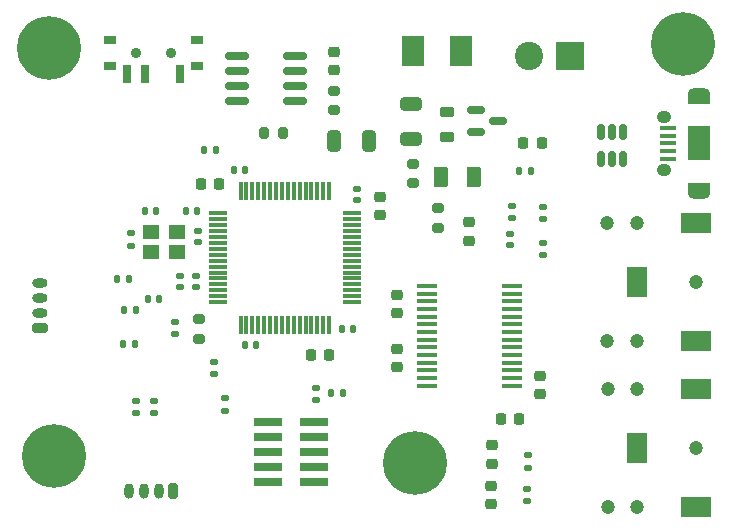
<source format=gbr>
%TF.GenerationSoftware,KiCad,Pcbnew,(5.99.0-11177-g6c67dfa032)*%
%TF.CreationDate,2021-08-02T03:39:22-04:00*%
%TF.ProjectId,STM32+Codec,53544d33-322b-4436-9f64-65632e6b6963,1.0*%
%TF.SameCoordinates,Original*%
%TF.FileFunction,Soldermask,Top*%
%TF.FilePolarity,Negative*%
%FSLAX46Y46*%
G04 Gerber Fmt 4.6, Leading zero omitted, Abs format (unit mm)*
G04 Created by KiCad (PCBNEW (5.99.0-11177-g6c67dfa032)) date 2021-08-02 03:39:22*
%MOMM*%
%LPD*%
G01*
G04 APERTURE LIST*
G04 Aperture macros list*
%AMRoundRect*
0 Rectangle with rounded corners*
0 $1 Rounding radius*
0 $2 $3 $4 $5 $6 $7 $8 $9 X,Y pos of 4 corners*
0 Add a 4 corners polygon primitive as box body*
4,1,4,$2,$3,$4,$5,$6,$7,$8,$9,$2,$3,0*
0 Add four circle primitives for the rounded corners*
1,1,$1+$1,$2,$3*
1,1,$1+$1,$4,$5*
1,1,$1+$1,$6,$7*
1,1,$1+$1,$8,$9*
0 Add four rect primitives between the rounded corners*
20,1,$1+$1,$2,$3,$4,$5,0*
20,1,$1+$1,$4,$5,$6,$7,0*
20,1,$1+$1,$6,$7,$8,$9,0*
20,1,$1+$1,$8,$9,$2,$3,0*%
G04 Aperture macros list end*
%ADD10C,0.800000*%
%ADD11C,5.400000*%
%ADD12RoundRect,0.140000X0.140000X0.170000X-0.140000X0.170000X-0.140000X-0.170000X0.140000X-0.170000X0*%
%ADD13RoundRect,0.218750X-0.256250X0.218750X-0.256250X-0.218750X0.256250X-0.218750X0.256250X0.218750X0*%
%ADD14RoundRect,0.135000X-0.185000X0.135000X-0.185000X-0.135000X0.185000X-0.135000X0.185000X0.135000X0*%
%ADD15RoundRect,0.200000X-0.275000X0.200000X-0.275000X-0.200000X0.275000X-0.200000X0.275000X0.200000X0*%
%ADD16RoundRect,0.147500X-0.147500X-0.172500X0.147500X-0.172500X0.147500X0.172500X-0.147500X0.172500X0*%
%ADD17RoundRect,0.225000X-0.225000X-0.250000X0.225000X-0.250000X0.225000X0.250000X-0.225000X0.250000X0*%
%ADD18RoundRect,0.225000X-0.250000X0.225000X-0.250000X-0.225000X0.250000X-0.225000X0.250000X0.225000X0*%
%ADD19R,2.400000X0.740000*%
%ADD20RoundRect,0.150000X-0.587500X-0.150000X0.587500X-0.150000X0.587500X0.150000X-0.587500X0.150000X0*%
%ADD21RoundRect,0.218750X0.256250X-0.218750X0.256250X0.218750X-0.256250X0.218750X-0.256250X-0.218750X0*%
%ADD22C,1.200000*%
%ADD23R,1.800000X2.500000*%
%ADD24R,2.500000X1.800000*%
%ADD25RoundRect,0.135000X0.185000X-0.135000X0.185000X0.135000X-0.185000X0.135000X-0.185000X-0.135000X0*%
%ADD26RoundRect,0.150000X-0.150000X0.512500X-0.150000X-0.512500X0.150000X-0.512500X0.150000X0.512500X0*%
%ADD27R,1.900000X2.500000*%
%ADD28RoundRect,0.140000X-0.170000X0.140000X-0.170000X-0.140000X0.170000X-0.140000X0.170000X0.140000X0*%
%ADD29RoundRect,0.150000X-0.825000X-0.150000X0.825000X-0.150000X0.825000X0.150000X-0.825000X0.150000X0*%
%ADD30R,2.400000X2.400000*%
%ADD31C,2.400000*%
%ADD32RoundRect,0.140000X-0.140000X-0.170000X0.140000X-0.170000X0.140000X0.170000X-0.140000X0.170000X0*%
%ADD33R,1.400000X1.200000*%
%ADD34RoundRect,0.200000X-0.200000X-0.275000X0.200000X-0.275000X0.200000X0.275000X-0.200000X0.275000X0*%
%ADD35RoundRect,0.200000X0.450000X-0.200000X0.450000X0.200000X-0.450000X0.200000X-0.450000X-0.200000X0*%
%ADD36O,1.300000X0.800000*%
%ADD37RoundRect,0.200000X0.200000X0.450000X-0.200000X0.450000X-0.200000X-0.450000X0.200000X-0.450000X0*%
%ADD38O,0.800000X1.300000*%
%ADD39RoundRect,0.250000X-0.325000X-0.650000X0.325000X-0.650000X0.325000X0.650000X-0.325000X0.650000X0*%
%ADD40RoundRect,0.147500X0.172500X-0.147500X0.172500X0.147500X-0.172500X0.147500X-0.172500X-0.147500X0*%
%ADD41RoundRect,0.140000X0.170000X-0.140000X0.170000X0.140000X-0.170000X0.140000X-0.170000X-0.140000X0*%
%ADD42R,0.700000X1.500000*%
%ADD43C,0.900000*%
%ADD44R,1.000000X0.800000*%
%ADD45R,1.350000X0.400000*%
%ADD46R,1.900000X0.875000*%
%ADD47O,1.900000X1.000000*%
%ADD48O,1.250000X1.050000*%
%ADD49R,1.900000X2.900000*%
%ADD50RoundRect,0.075000X-0.700000X-0.075000X0.700000X-0.075000X0.700000X0.075000X-0.700000X0.075000X0*%
%ADD51RoundRect,0.075000X-0.075000X-0.700000X0.075000X-0.700000X0.075000X0.700000X-0.075000X0.700000X0*%
%ADD52R,1.750000X0.450000*%
%ADD53RoundRect,0.250000X-0.650000X0.325000X-0.650000X-0.325000X0.650000X-0.325000X0.650000X0.325000X0*%
%ADD54RoundRect,0.218750X0.381250X-0.218750X0.381250X0.218750X-0.381250X0.218750X-0.381250X-0.218750X0*%
%ADD55RoundRect,0.200000X0.275000X-0.200000X0.275000X0.200000X-0.275000X0.200000X-0.275000X-0.200000X0*%
%ADD56RoundRect,0.218750X-0.218750X-0.256250X0.218750X-0.256250X0.218750X0.256250X-0.218750X0.256250X0*%
%ADD57RoundRect,0.135000X-0.135000X-0.185000X0.135000X-0.185000X0.135000X0.185000X-0.135000X0.185000X0*%
%ADD58RoundRect,0.135000X0.135000X0.185000X-0.135000X0.185000X-0.135000X-0.185000X0.135000X-0.185000X0*%
%ADD59RoundRect,0.250000X0.375000X0.625000X-0.375000X0.625000X-0.375000X-0.625000X0.375000X-0.625000X0*%
%ADD60RoundRect,0.225000X0.250000X-0.225000X0.250000X0.225000X-0.250000X0.225000X-0.250000X-0.225000X0*%
G04 APERTURE END LIST*
D10*
%TO.C,H4*%
X111540891Y-52485891D03*
X108677109Y-49622109D03*
X110109000Y-49029000D03*
X110109000Y-53079000D03*
X108084000Y-51054000D03*
X112134000Y-51054000D03*
X108677109Y-52485891D03*
D11*
X110109000Y-51054000D03*
D10*
X111540891Y-49622109D03*
%TD*%
D12*
%TO.C,C21*%
X150873400Y-61493400D03*
X149913400Y-61493400D03*
%TD*%
D13*
%TO.C,D3*%
X134239000Y-51384100D03*
X134239000Y-52959100D03*
%TD*%
D14*
%TO.C,R17*%
X151892000Y-64539400D03*
X151892000Y-65559400D03*
%TD*%
D15*
%TO.C,R4*%
X134239000Y-54674000D03*
X134239000Y-56324000D03*
%TD*%
D16*
%TO.C,L2*%
X118440200Y-72313800D03*
X119410200Y-72313800D03*
%TD*%
D17*
%TO.C,C5*%
X132244800Y-77063600D03*
X133794800Y-77063600D03*
%TD*%
D18*
%TO.C,C19*%
X147599400Y-84721400D03*
X147599400Y-86271400D03*
%TD*%
D19*
%TO.C,SWD*%
X128656800Y-82778600D03*
X132556800Y-82778600D03*
X128656800Y-84048600D03*
X132556800Y-84048600D03*
X128656800Y-85318600D03*
X132556800Y-85318600D03*
X128656800Y-86588600D03*
X132556800Y-86588600D03*
X128656800Y-87858600D03*
X132556800Y-87858600D03*
%TD*%
D20*
%TO.C,Q1*%
X146201200Y-56290200D03*
X146201200Y-58190200D03*
X148076200Y-57240200D03*
%TD*%
D21*
%TO.C,D4*%
X145618200Y-67411600D03*
X145618200Y-65836600D03*
%TD*%
D22*
%TO.C,Mic*%
X159842200Y-65891400D03*
X157342200Y-65891400D03*
X157342200Y-75891400D03*
X164842200Y-70891400D03*
X159842200Y-75891400D03*
D23*
X159842200Y-70891400D03*
D24*
X164842200Y-75891400D03*
X164842200Y-65891400D03*
%TD*%
D25*
%TO.C,R15*%
X149250400Y-65483200D03*
X149250400Y-64463200D03*
%TD*%
D14*
%TO.C,R8*%
X124053600Y-77620400D03*
X124053600Y-78640400D03*
%TD*%
D26*
%TO.C,USBLC6*%
X158684000Y-58222300D03*
X157734000Y-58222300D03*
X156784000Y-58222300D03*
X156784000Y-60497300D03*
X157734000Y-60497300D03*
X158684000Y-60497300D03*
%TD*%
D27*
%TO.C,L1*%
X140901200Y-51358800D03*
X145001200Y-51358800D03*
%TD*%
D28*
%TO.C,C10*%
X136118600Y-62994600D03*
X136118600Y-63954600D03*
%TD*%
D29*
%TO.C,U2*%
X125972800Y-51790600D03*
X125972800Y-53060600D03*
X125972800Y-54330600D03*
X125972800Y-55600600D03*
X130922800Y-55600600D03*
X130922800Y-54330600D03*
X130922800Y-53060600D03*
X130922800Y-51790600D03*
%TD*%
D14*
%TO.C,R3*%
X116992400Y-66774600D03*
X116992400Y-67794600D03*
%TD*%
D30*
%TO.C,+12V*%
X154226200Y-51779400D03*
D31*
X150726200Y-51779400D03*
%TD*%
D17*
%TO.C,C3*%
X122923000Y-62611000D03*
X124473000Y-62611000D03*
%TD*%
D32*
%TO.C,C9*%
X134851200Y-74828400D03*
X135811200Y-74828400D03*
%TD*%
D14*
%TO.C,R10*%
X124968000Y-80744600D03*
X124968000Y-81764600D03*
%TD*%
D33*
%TO.C,Y1*%
X120937200Y-66663200D03*
X118737200Y-66663200D03*
X118737200Y-68363200D03*
X120937200Y-68363200D03*
%TD*%
D14*
%TO.C,R18*%
X117429600Y-80973200D03*
X117429600Y-81993200D03*
%TD*%
D34*
%TO.C,R2*%
X128283200Y-58293000D03*
X129933200Y-58293000D03*
%TD*%
D35*
%TO.C,I2C*%
X109347000Y-74757600D03*
D36*
X109347000Y-73507600D03*
X109347000Y-72257600D03*
X109347000Y-71007600D03*
%TD*%
D37*
%TO.C,UART*%
X120604600Y-88595200D03*
D38*
X119354600Y-88595200D03*
X118104600Y-88595200D03*
X116854600Y-88595200D03*
%TD*%
D39*
%TO.C,C12*%
X134237200Y-58928000D03*
X137187200Y-58928000D03*
%TD*%
D25*
%TO.C,R14*%
X151942800Y-68607400D03*
X151942800Y-67587400D03*
%TD*%
D18*
%TO.C,C20*%
X147523200Y-88125000D03*
X147523200Y-89675000D03*
%TD*%
D25*
%TO.C,R16*%
X150545800Y-89410000D03*
X150545800Y-88390000D03*
%TD*%
D40*
%TO.C,D1*%
X120751600Y-75272100D03*
X120751600Y-74302100D03*
%TD*%
D22*
%TO.C,Speaker*%
X157379600Y-79912200D03*
X159879600Y-89912200D03*
X157379600Y-89912200D03*
X159879600Y-79912200D03*
X164879600Y-84912200D03*
D23*
X159879600Y-84912200D03*
D24*
X164879600Y-89912200D03*
X164879600Y-79912200D03*
%TD*%
D41*
%TO.C,C13*%
X121208800Y-71346000D03*
X121208800Y-70386000D03*
%TD*%
D42*
%TO.C,BOOT*%
X116672800Y-53238400D03*
X118172800Y-53238400D03*
X121172800Y-53238400D03*
D43*
X117422800Y-51478400D03*
D44*
X115272800Y-50378400D03*
X122572800Y-50378400D03*
D43*
X120422800Y-51478400D03*
D44*
X115272800Y-52588400D03*
X122572800Y-52588400D03*
%TD*%
D45*
%TO.C,USB*%
X162453800Y-57856600D03*
X162453800Y-58506600D03*
X162453800Y-59156600D03*
X162453800Y-59806600D03*
X162453800Y-60456600D03*
D46*
X165128800Y-62894100D03*
D47*
X165128800Y-54981600D03*
D46*
X165128800Y-55419100D03*
D48*
X162128800Y-56931600D03*
X162128800Y-61381600D03*
D49*
X165128800Y-59156600D03*
D47*
X165128800Y-63331600D03*
%TD*%
D50*
%TO.C,STM32F*%
X124373000Y-65084000D03*
X124373000Y-65584000D03*
X124373000Y-66084000D03*
X124373000Y-66584000D03*
X124373000Y-67084000D03*
X124373000Y-67584000D03*
X124373000Y-68084000D03*
X124373000Y-68584000D03*
X124373000Y-69084000D03*
X124373000Y-69584000D03*
X124373000Y-70084000D03*
X124373000Y-70584000D03*
X124373000Y-71084000D03*
X124373000Y-71584000D03*
X124373000Y-72084000D03*
X124373000Y-72584000D03*
D51*
X126298000Y-74509000D03*
X126798000Y-74509000D03*
X127298000Y-74509000D03*
X127798000Y-74509000D03*
X128298000Y-74509000D03*
X128798000Y-74509000D03*
X129298000Y-74509000D03*
X129798000Y-74509000D03*
X130298000Y-74509000D03*
X130798000Y-74509000D03*
X131298000Y-74509000D03*
X131798000Y-74509000D03*
X132298000Y-74509000D03*
X132798000Y-74509000D03*
X133298000Y-74509000D03*
X133798000Y-74509000D03*
D50*
X135723000Y-72584000D03*
X135723000Y-72084000D03*
X135723000Y-71584000D03*
X135723000Y-71084000D03*
X135723000Y-70584000D03*
X135723000Y-70084000D03*
X135723000Y-69584000D03*
X135723000Y-69084000D03*
X135723000Y-68584000D03*
X135723000Y-68084000D03*
X135723000Y-67584000D03*
X135723000Y-67084000D03*
X135723000Y-66584000D03*
X135723000Y-66084000D03*
X135723000Y-65584000D03*
X135723000Y-65084000D03*
D51*
X133798000Y-63159000D03*
X133298000Y-63159000D03*
X132798000Y-63159000D03*
X132298000Y-63159000D03*
X131798000Y-63159000D03*
X131298000Y-63159000D03*
X130798000Y-63159000D03*
X130298000Y-63159000D03*
X129798000Y-63159000D03*
X129298000Y-63159000D03*
X128798000Y-63159000D03*
X128298000Y-63159000D03*
X127798000Y-63159000D03*
X127298000Y-63159000D03*
X126798000Y-63159000D03*
X126298000Y-63159000D03*
%TD*%
D41*
%TO.C,C22*%
X149072600Y-67790000D03*
X149072600Y-66830000D03*
%TD*%
D52*
%TO.C,Codec*%
X142043600Y-71213000D03*
X142043600Y-71863000D03*
X142043600Y-72513000D03*
X142043600Y-73163000D03*
X142043600Y-73813000D03*
X142043600Y-74463000D03*
X142043600Y-75113000D03*
X142043600Y-75763000D03*
X142043600Y-76413000D03*
X142043600Y-77063000D03*
X142043600Y-77713000D03*
X142043600Y-78363000D03*
X142043600Y-79013000D03*
X142043600Y-79663000D03*
X149243600Y-79663000D03*
X149243600Y-79013000D03*
X149243600Y-78363000D03*
X149243600Y-77713000D03*
X149243600Y-77063000D03*
X149243600Y-76413000D03*
X149243600Y-75763000D03*
X149243600Y-75113000D03*
X149243600Y-74463000D03*
X149243600Y-73813000D03*
X149243600Y-73163000D03*
X149243600Y-72513000D03*
X149243600Y-71863000D03*
X149243600Y-71213000D03*
%TD*%
D14*
%TO.C,R20*%
X118953600Y-80945800D03*
X118953600Y-81965800D03*
%TD*%
D53*
%TO.C,C4*%
X140716000Y-55852800D03*
X140716000Y-58802800D03*
%TD*%
D18*
%TO.C,C16*%
X139547600Y-71970600D03*
X139547600Y-73520600D03*
%TD*%
%TO.C,C17*%
X151663400Y-78815600D03*
X151663400Y-80365600D03*
%TD*%
D54*
%TO.C,FB1*%
X143814800Y-58644300D03*
X143814800Y-56519300D03*
%TD*%
D32*
%TO.C,C2*%
X118188800Y-64846200D03*
X119148800Y-64846200D03*
%TD*%
D15*
%TO.C,R1*%
X122783600Y-74028800D03*
X122783600Y-75678800D03*
%TD*%
D41*
%TO.C,C1*%
X122682000Y-67485200D03*
X122682000Y-66525200D03*
%TD*%
D14*
%TO.C,R19*%
X150672800Y-85570600D03*
X150672800Y-86590600D03*
%TD*%
D18*
%TO.C,C15*%
X139573000Y-76517200D03*
X139573000Y-78067200D03*
%TD*%
D55*
%TO.C,R5*%
X140919200Y-62521600D03*
X140919200Y-60871600D03*
%TD*%
D56*
%TO.C,D2*%
X150240900Y-59156600D03*
X151815900Y-59156600D03*
%TD*%
D57*
%TO.C,R7*%
X116380800Y-76123800D03*
X117400800Y-76123800D03*
%TD*%
D41*
%TO.C,C14*%
X122504200Y-71295200D03*
X122504200Y-70335200D03*
%TD*%
D57*
%TO.C,R6*%
X123213400Y-59740800D03*
X124233400Y-59740800D03*
%TD*%
D55*
%TO.C,R21*%
X143052800Y-66306200D03*
X143052800Y-64656200D03*
%TD*%
D12*
%TO.C,C8*%
X127632400Y-76250800D03*
X126672400Y-76250800D03*
%TD*%
D58*
%TO.C,R11*%
X134977600Y-80314800D03*
X133957600Y-80314800D03*
%TD*%
D11*
%TO.C,H3*%
X163779200Y-50749200D03*
D10*
X161754200Y-50749200D03*
X163779200Y-48724200D03*
X165804200Y-50749200D03*
X165211091Y-49317309D03*
X162347309Y-52181091D03*
X163779200Y-52774200D03*
X165211091Y-52181091D03*
X162347309Y-49317309D03*
%TD*%
D58*
%TO.C,R12*%
X117451600Y-73253600D03*
X116431600Y-73253600D03*
%TD*%
D17*
%TO.C,C18*%
X148348400Y-82499200D03*
X149898400Y-82499200D03*
%TD*%
D59*
%TO.C,F1*%
X146053000Y-61976000D03*
X143253000Y-61976000D03*
%TD*%
D32*
%TO.C,C11*%
X125732600Y-61417200D03*
X126692600Y-61417200D03*
%TD*%
D60*
%TO.C,C7*%
X138112800Y-65214800D03*
X138112800Y-63664800D03*
%TD*%
D10*
%TO.C,H1*%
X112489600Y-85598000D03*
X110464600Y-83573000D03*
X111896491Y-84166109D03*
X109032709Y-84166109D03*
D11*
X110464600Y-85598000D03*
D10*
X108439600Y-85598000D03*
X111896491Y-87029891D03*
X110464600Y-87623000D03*
X109032709Y-87029891D03*
%TD*%
D32*
%TO.C,C6*%
X121671200Y-64897000D03*
X122631200Y-64897000D03*
%TD*%
D25*
%TO.C,R9*%
X132664200Y-80875600D03*
X132664200Y-79855600D03*
%TD*%
D10*
%TO.C,H2*%
X143071200Y-86233000D03*
X142478091Y-87664891D03*
X141046200Y-84208000D03*
X139614309Y-84801109D03*
X139614309Y-87664891D03*
X141046200Y-88258000D03*
D11*
X141046200Y-86233000D03*
D10*
X142478091Y-84801109D03*
X139021200Y-86233000D03*
%TD*%
D58*
%TO.C,R13*%
X116890800Y-70637400D03*
X115870800Y-70637400D03*
%TD*%
M02*

</source>
